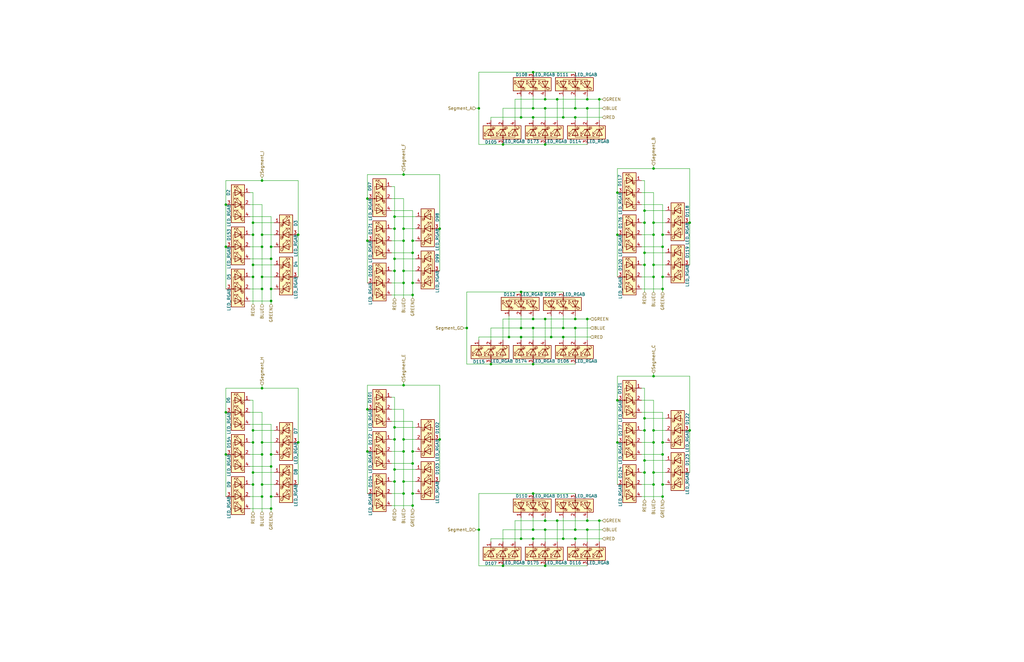
<source format=kicad_sch>
(kicad_sch (version 20250114) (generator "eeschema") (generator_version "9.0")
  (paper "B")
  (junction (at 170.18 119.38))
  (junction (at 279.4 204.47))
  (junction (at 110.49 186.69))
  (junction (at 242.57 134.62))
  (junction (at 224.79 138.43))
  (junction (at 173.99 195.58))
  (junction (at 125.73 186.69))
  (junction (at 212.09 238.76))
  (junction (at 170.18 185.42))
  (junction (at 173.99 190.5))
  (junction (at 229.87 60.96))
  (junction (at 166.37 180.34))
  (junction (at 173.99 208.28))
  (junction (at 110.49 209.55))
  (junction (at 173.99 101.6))
  (junction (at 166.37 114.3))
  (junction (at 166.37 203.2))
  (junction (at 224.79 153.67))
  (junction (at 154.94 190.5))
  (junction (at 271.78 181.61))
  (junction (at 275.59 186.69))
  (junction (at 114.3 127))
  (junction (at 106.68 93.98))
  (junction (at 196.85 138.43))
  (junction (at 95.25 191.77))
  (junction (at 237.49 138.43))
  (junction (at 170.18 96.52))
  (junction (at 242.57 223.52))
  (junction (at 234.95 41.91))
  (junction (at 173.99 119.38))
  (junction (at 170.18 101.6))
  (junction (at 166.37 185.42))
  (junction (at 166.37 96.52))
  (junction (at 242.57 227.33))
  (junction (at 110.49 116.84))
  (junction (at 260.35 168.91))
  (junction (at 275.59 204.47))
  (junction (at 173.99 213.36))
  (junction (at 154.94 101.6))
  (junction (at 110.49 191.77))
  (junction (at 279.4 116.84))
  (junction (at 224.79 134.62))
  (junction (at 271.78 111.76))
  (junction (at 219.71 123.19))
  (junction (at 237.49 142.24))
  (junction (at 229.87 134.62))
  (junction (at 114.3 121.92))
  (junction (at 201.93 45.72))
  (junction (at 247.65 134.62))
  (junction (at 114.3 191.77))
  (junction (at 166.37 91.44))
  (junction (at 271.78 176.53))
  (junction (at 224.79 208.28))
  (junction (at 224.79 223.52))
  (junction (at 170.18 190.5))
  (junction (at 106.68 111.76))
  (junction (at 234.95 219.71))
  (junction (at 279.4 209.55))
  (junction (at 252.73 41.91))
  (junction (at 271.78 106.68))
  (junction (at 237.49 49.53))
  (junction (at 114.3 209.55))
  (junction (at 275.59 181.61))
  (junction (at 185.42 185.42))
  (junction (at 290.83 181.61))
  (junction (at 247.65 219.71))
  (junction (at 247.65 223.52))
  (junction (at 110.49 76.2))
  (junction (at 212.09 60.96))
  (junction (at 229.87 41.91))
  (junction (at 224.79 49.53))
  (junction (at 170.18 203.2))
  (junction (at 275.59 99.06))
  (junction (at 219.71 138.43))
  (junction (at 110.49 204.47))
  (junction (at 106.68 186.69))
  (junction (at 154.94 172.72))
  (junction (at 110.49 99.06))
  (junction (at 271.78 194.31))
  (junction (at 271.78 88.9))
  (junction (at 260.35 99.06))
  (junction (at 170.18 114.3))
  (junction (at 247.65 41.91))
  (junction (at 271.78 199.39))
  (junction (at 242.57 49.53))
  (junction (at 260.35 186.69))
  (junction (at 279.4 104.14))
  (junction (at 207.01 153.67))
  (junction (at 173.99 106.68))
  (junction (at 275.59 71.12))
  (junction (at 247.65 45.72))
  (junction (at 229.87 45.72))
  (junction (at 125.73 99.06))
  (junction (at 275.59 111.76))
  (junction (at 224.79 45.72))
  (junction (at 201.93 223.52))
  (junction (at 170.18 162.56))
  (junction (at 224.79 227.33))
  (junction (at 279.4 121.92))
  (junction (at 260.35 81.28))
  (junction (at 110.49 121.92))
  (junction (at 275.59 93.98))
  (junction (at 114.3 104.14))
  (junction (at 95.25 86.36))
  (junction (at 114.3 109.22))
  (junction (at 219.71 227.33))
  (junction (at 242.57 45.72))
  (junction (at 95.25 104.14))
  (junction (at 114.3 196.85))
  (junction (at 275.59 116.84))
  (junction (at 106.68 204.47))
  (junction (at 170.18 208.28))
  (junction (at 271.78 93.98))
  (junction (at 214.63 142.24))
  (junction (at 279.4 191.77))
  (junction (at 95.25 173.99))
  (junction (at 166.37 109.22))
  (junction (at 106.68 199.39))
  (junction (at 229.87 219.71))
  (junction (at 106.68 116.84))
  (junction (at 275.59 199.39))
  (junction (at 173.99 124.46))
  (junction (at 275.59 158.75))
  (junction (at 252.73 219.71))
  (junction (at 219.71 49.53))
  (junction (at 232.41 142.24))
  (junction (at 110.49 163.83))
  (junction (at 219.71 142.24))
  (junction (at 110.49 104.14))
  (junction (at 279.4 99.06))
  (junction (at 229.87 223.52))
  (junction (at 185.42 96.52))
  (junction (at 279.4 186.69))
  (junction (at 114.3 214.63))
  (junction (at 166.37 198.12))
  (junction (at 106.68 99.06))
  (junction (at 154.94 83.82))
  (junction (at 229.87 238.76))
  (junction (at 290.83 93.98))
  (junction (at 224.79 30.48))
  (junction (at 237.49 227.33))
  (junction (at 242.57 138.43))
  (junction (at 170.18 73.66))
  (junction (at 106.68 181.61))
  (wire (pts (xy 275.59 157.48) (xy 275.59 158.75)))
  (wire (pts (xy 224.79 45.72) (xy 229.87 45.72)))
  (wire (pts (xy 229.87 60.96) (xy 247.65 60.96)))
  (wire (pts (xy 166.37 185.42) (xy 166.37 198.12)))
  (wire (pts (xy 229.87 218.44) (xy 229.87 219.71)))
  (wire (pts (xy 271.78 111.76) (xy 271.78 123.19)))
  (wire (pts (xy 201.93 60.96) (xy 212.09 60.96)))
  (wire (pts (xy 242.57 138.43) (xy 248.92 138.43)))
  (wire (pts (xy 166.37 167.64) (xy 166.37 180.34)))
  (wire (pts (xy 110.49 76.2) (xy 125.73 76.2)))
  (wire (pts (xy 271.78 194.31) (xy 280.67 194.31)))
  (wire (pts (xy 115.57 121.92) (xy 114.3 121.92)))
  (wire (pts (xy 260.35 99.06) (xy 260.35 116.84)))
  (wire (pts (xy 270.51 199.39) (xy 271.78 199.39)))
  (wire (pts (xy 165.1 167.64) (xy 166.37 167.64)))
  (wire (pts (xy 106.68 199.39) (xy 106.68 204.47)))
  (wire (pts (xy 201.93 238.76) (xy 201.93 223.52)))
  (wire (pts (xy 154.94 190.5) (xy 154.94 208.28)))
  (wire (pts (xy 165.1 185.42) (xy 166.37 185.42)))
  (wire (pts (xy 275.59 199.39) (xy 280.67 199.39)))
  (wire (pts (xy 275.59 116.84) (xy 275.59 123.19)))
  (wire (pts (xy 200.66 45.72) (xy 201.93 45.72)))
  (wire (pts (xy 290.83 158.75) (xy 290.83 181.61)))
  (wire (pts (xy 224.79 50.8) (xy 224.79 49.53)))
  (wire (pts (xy 207.01 227.33) (xy 219.71 227.33)))
  (wire (pts (xy 247.65 41.91) (xy 252.73 41.91)))
  (wire (pts (xy 279.4 173.99) (xy 279.4 186.69)))
  (wire (pts (xy 170.18 119.38) (xy 170.18 125.73)))
  (wire (pts (xy 201.93 143.51) (xy 201.93 142.24)))
  (wire (pts (xy 270.51 186.69) (xy 275.59 186.69)))
  (wire (pts (xy 165.1 190.5) (xy 170.18 190.5)))
  (wire (pts (xy 224.79 227.33) (xy 237.49 227.33)))
  (wire (pts (xy 105.41 109.22) (xy 114.3 109.22)))
  (wire (pts (xy 217.17 50.8) (xy 217.17 41.91)))
  (wire (pts (xy 279.4 116.84) (xy 279.4 121.92)))
  (wire (pts (xy 237.49 138.43) (xy 242.57 138.43)))
  (wire (pts (xy 271.78 76.2) (xy 271.78 88.9)))
  (wire (pts (xy 110.49 186.69) (xy 110.49 191.77)))
  (wire (pts (xy 271.78 176.53) (xy 271.78 181.61)))
  (wire (pts (xy 280.67 204.47) (xy 279.4 204.47)))
  (wire (pts (xy 207.01 138.43) (xy 219.71 138.43)))
  (wire (pts (xy 105.41 214.63) (xy 114.3 214.63)))
  (wire (pts (xy 219.71 138.43) (xy 219.71 133.35)))
  (wire (pts (xy 260.35 81.28) (xy 260.35 99.06)))
  (wire (pts (xy 247.65 45.72) (xy 254 45.72)))
  (wire (pts (xy 170.18 96.52) (xy 175.26 96.52)))
  (wire (pts (xy 114.3 191.77) (xy 114.3 196.85)))
  (wire (pts (xy 212.09 143.51) (xy 212.09 134.62)))
  (wire (pts (xy 247.65 134.62) (xy 248.92 134.62)))
  (wire (pts (xy 185.42 162.56) (xy 185.42 185.42)))
  (wire (pts (xy 279.4 86.36) (xy 279.4 99.06)))
  (wire (pts (xy 166.37 109.22) (xy 175.26 109.22)))
  (wire (pts (xy 196.85 153.67) (xy 196.85 138.43)))
  (wire (pts (xy 110.49 74.93) (xy 110.49 76.2)))
  (wire (pts (xy 154.94 83.82) (xy 154.94 101.6)))
  (wire (pts (xy 242.57 50.8) (xy 242.57 49.53)))
  (wire (pts (xy 105.41 127) (xy 114.3 127)))
  (wire (pts (xy 279.4 204.47) (xy 279.4 209.55)))
  (wire (pts (xy 201.93 223.52) (xy 201.93 208.28)))
  (wire (pts (xy 275.59 93.98) (xy 275.59 99.06)))
  (wire (pts (xy 271.78 106.68) (xy 271.78 111.76)))
  (wire (pts (xy 95.25 191.77) (xy 95.25 209.55)))
  (wire (pts (xy 247.65 143.51) (xy 247.65 134.62)))
  (wire (pts (xy 175.26 208.28) (xy 173.99 208.28)))
  (wire (pts (xy 165.1 203.2) (xy 166.37 203.2)))
  (wire (pts (xy 115.57 191.77) (xy 114.3 191.77)))
  (wire (pts (xy 114.3 91.44) (xy 114.3 104.14)))
  (wire (pts (xy 165.1 78.74) (xy 166.37 78.74)))
  (wire (pts (xy 219.71 143.51) (xy 219.71 142.24)))
  (wire (pts (xy 125.73 99.06) (xy 125.73 116.84)))
  (wire (pts (xy 170.18 203.2) (xy 175.26 203.2)))
  (wire (pts (xy 275.59 158.75) (xy 290.83 158.75)))
  (wire (pts (xy 165.1 177.8) (xy 173.99 177.8)))
  (wire (pts (xy 242.57 134.62) (xy 247.65 134.62)))
  (wire (pts (xy 106.68 93.98) (xy 106.68 99.06)))
  (wire (pts (xy 170.18 161.29) (xy 170.18 162.56)))
  (wire (pts (xy 270.51 93.98) (xy 271.78 93.98)))
  (wire (pts (xy 237.49 138.43) (xy 237.49 133.35)))
  (wire (pts (xy 201.93 208.28) (xy 224.79 208.28)))
  (wire (pts (xy 207.01 49.53) (xy 219.71 49.53)))
  (wire (pts (xy 114.3 121.92) (xy 114.3 127)))
  (wire (pts (xy 212.09 50.8) (xy 212.09 45.72)))
  (wire (pts (xy 270.51 111.76) (xy 271.78 111.76)))
  (wire (pts (xy 260.35 168.91) (xy 260.35 186.69)))
  (wire (pts (xy 271.78 88.9) (xy 271.78 93.98)))
  (wire (pts (xy 212.09 134.62) (xy 224.79 134.62)))
  (wire (pts (xy 229.87 143.51) (xy 229.87 134.62)))
  (wire (pts (xy 270.51 99.06) (xy 275.59 99.06)))
  (wire (pts (xy 224.79 134.62) (xy 229.87 134.62)))
  (wire (pts (xy 110.49 121.92) (xy 110.49 128.27)))
  (wire (pts (xy 196.85 153.67) (xy 207.01 153.67)))
  (wire (pts (xy 125.73 163.83) (xy 125.73 186.69)))
  (wire (pts (xy 165.1 208.28) (xy 170.18 208.28)))
  (wire (pts (xy 173.99 124.46) (xy 173.99 125.73)))
  (wire (pts (xy 106.68 186.69) (xy 106.68 199.39)))
  (wire (pts (xy 270.51 209.55) (xy 279.4 209.55)))
  (wire (pts (xy 114.3 104.14) (xy 114.3 109.22)))
  (wire (pts (xy 242.57 49.53) (xy 254 49.53)))
  (wire (pts (xy 219.71 227.33) (xy 224.79 227.33)))
  (wire (pts (xy 154.94 73.66) (xy 170.18 73.66)))
  (wire (pts (xy 219.71 49.53) (xy 224.79 49.53)))
  (wire (pts (xy 201.93 30.48) (xy 224.79 30.48)))
  (wire (pts (xy 201.93 238.76) (xy 212.09 238.76)))
  (wire (pts (xy 170.18 73.66) (xy 185.42 73.66)))
  (wire (pts (xy 275.59 111.76) (xy 280.67 111.76)))
  (wire (pts (xy 232.41 142.24) (xy 232.41 133.35)))
  (wire (pts (xy 170.18 190.5) (xy 170.18 203.2)))
  (wire (pts (xy 105.41 209.55) (xy 110.49 209.55)))
  (wire (pts (xy 166.37 78.74) (xy 166.37 91.44)))
  (wire (pts (xy 114.3 209.55) (xy 114.3 214.63)))
  (wire (pts (xy 166.37 91.44) (xy 166.37 96.52)))
  (wire (pts (xy 279.4 104.14) (xy 279.4 116.84)))
  (wire (pts (xy 214.63 142.24) (xy 219.71 142.24)))
  (wire (pts (xy 110.49 86.36) (xy 110.49 99.06)))
  (wire (pts (xy 170.18 96.52) (xy 170.18 101.6)))
  (wire (pts (xy 270.51 76.2) (xy 271.78 76.2)))
  (wire (pts (xy 207.01 153.67) (xy 224.79 153.67)))
  (wire (pts (xy 166.37 198.12) (xy 175.26 198.12)))
  (wire (pts (xy 170.18 114.3) (xy 175.26 114.3)))
  (wire (pts (xy 237.49 142.24) (xy 248.92 142.24)))
  (wire (pts (xy 110.49 99.06) (xy 115.57 99.06)))
  (wire (pts (xy 166.37 198.12) (xy 166.37 203.2)))
  (wire (pts (xy 271.78 88.9) (xy 280.67 88.9)))
  (wire (pts (xy 237.49 227.33) (xy 237.49 218.44)))
  (wire (pts (xy 270.51 181.61) (xy 271.78 181.61)))
  (wire (pts (xy 290.83 93.98) (xy 290.83 111.76)))
  (wire (pts (xy 229.87 238.76) (xy 247.65 238.76)))
  (wire (pts (xy 275.59 111.76) (xy 275.59 116.84)))
  (wire (pts (xy 270.51 204.47) (xy 275.59 204.47)))
  (wire (pts (xy 115.57 209.55) (xy 114.3 209.55)))
  (wire (pts (xy 125.73 76.2) (xy 125.73 99.06)))
  (wire (pts (xy 237.49 49.53) (xy 242.57 49.53)))
  (wire (pts (xy 106.68 93.98) (xy 115.57 93.98)))
  (wire (pts (xy 106.68 111.76) (xy 115.57 111.76)))
  (wire (pts (xy 106.68 204.47) (xy 106.68 215.9)))
  (wire (pts (xy 252.73 41.91) (xy 254 41.91)))
  (wire (pts (xy 271.78 163.83) (xy 271.78 176.53)))
  (wire (pts (xy 229.87 50.8) (xy 229.87 45.72)))
  (wire (pts (xy 173.99 190.5) (xy 173.99 195.58)))
  (wire (pts (xy 165.1 172.72) (xy 170.18 172.72)))
  (wire (pts (xy 224.79 153.67) (xy 242.57 153.67)))
  (wire (pts (xy 219.71 142.24) (xy 232.41 142.24)))
  (wire (pts (xy 219.71 49.53) (xy 219.71 40.64)))
  (wire (pts (xy 229.87 41.91) (xy 234.95 41.91)))
  (wire (pts (xy 234.95 50.8) (xy 234.95 41.91)))
  (wire (pts (xy 275.59 204.47) (xy 275.59 210.82)))
  (wire (pts (xy 275.59 168.91) (xy 275.59 181.61)))
  (wire (pts (xy 165.1 101.6) (xy 170.18 101.6)))
  (wire (pts (xy 275.59 99.06) (xy 275.59 111.76)))
  (wire (pts (xy 196.85 123.19) (xy 219.71 123.19)))
  (wire (pts (xy 212.09 60.96) (xy 229.87 60.96)))
  (wire (pts (xy 270.51 168.91) (xy 275.59 168.91)))
  (wire (pts (xy 260.35 71.12) (xy 260.35 81.28)))
  (wire (pts (xy 114.3 109.22) (xy 114.3 121.92)))
  (wire (pts (xy 280.67 116.84) (xy 279.4 116.84)))
  (wire (pts (xy 279.4 99.06) (xy 279.4 104.14)))
  (wire (pts (xy 242.57 223.52) (xy 242.57 218.44)))
  (wire (pts (xy 242.57 227.33) (xy 254 227.33)))
  (wire (pts (xy 201.93 60.96) (xy 201.93 45.72)))
  (wire (pts (xy 234.95 219.71) (xy 247.65 219.71)))
  (wire (pts (xy 166.37 203.2) (xy 166.37 214.63)))
  (wire (pts (xy 224.79 143.51) (xy 224.79 138.43)))
  (wire (pts (xy 154.94 162.56) (xy 154.94 172.72)))
  (wire (pts (xy 219.71 138.43) (xy 224.79 138.43)))
  (wire (pts (xy 275.59 71.12) (xy 290.83 71.12)))
  (wire (pts (xy 95.25 173.99) (xy 95.25 191.77)))
  (wire (pts (xy 247.65 50.8) (xy 247.65 45.72)))
  (wire (pts (xy 170.18 185.42) (xy 170.18 190.5)))
  (wire (pts (xy 242.57 133.35) (xy 242.57 134.62)))
  (wire (pts (xy 105.41 104.14) (xy 110.49 104.14)))
  (wire (pts (xy 224.79 49.53) (xy 237.49 49.53)))
  (wire (pts (xy 271.78 194.31) (xy 271.78 199.39)))
  (wire (pts (xy 275.59 81.28) (xy 275.59 93.98)))
  (wire (pts (xy 154.94 162.56) (xy 170.18 162.56)))
  (wire (pts (xy 212.09 228.6) (xy 212.09 223.52)))
  (wire (pts (xy 275.59 69.85) (xy 275.59 71.12)))
  (wire (pts (xy 247.65 223.52) (xy 254 223.52)))
  (wire (pts (xy 212.09 238.76) (xy 229.87 238.76)))
  (wire (pts (xy 185.42 185.42) (xy 185.42 203.2)))
  (wire (pts (xy 270.51 81.28) (xy 275.59 81.28)))
  (wire (pts (xy 219.71 227.33) (xy 219.71 218.44)))
  (wire (pts (xy 110.49 204.47) (xy 110.49 209.55)))
  (wire (pts (xy 95.25 104.14) (xy 95.25 121.92)))
  (wire (pts (xy 217.17 228.6) (xy 217.17 219.71)))
  (wire (pts (xy 110.49 163.83) (xy 125.73 163.83)))
  (wire (pts (xy 232.41 142.24) (xy 237.49 142.24)))
  (wire (pts (xy 106.68 181.61) (xy 115.57 181.61)))
  (wire (pts (xy 166.37 114.3) (xy 166.37 125.73)))
  (wire (pts (xy 224.79 208.28) (xy 242.57 208.28)))
  (wire (pts (xy 106.68 168.91) (xy 106.68 181.61)))
  (wire (pts (xy 105.41 204.47) (xy 106.68 204.47)))
  (wire (pts (xy 125.73 186.69) (xy 125.73 204.47)))
  (wire (pts (xy 106.68 81.28) (xy 106.68 93.98)))
  (wire (pts (xy 173.99 88.9) (xy 173.99 101.6)))
  (wire (pts (xy 275.59 93.98) (xy 280.67 93.98)))
  (wire (pts (xy 229.87 223.52) (xy 242.57 223.52)))
  (wire (pts (xy 219.71 123.19) (xy 237.49 123.19)))
  (wire (pts (xy 271.78 176.53) (xy 280.67 176.53)))
  (wire (pts (xy 154.94 73.66) (xy 154.94 83.82)))
  (wire (pts (xy 242.57 228.6) (xy 242.57 227.33)))
  (wire (pts (xy 217.17 219.71) (xy 229.87 219.71)))
  (wire (pts (xy 154.94 172.72) (xy 154.94 190.5)))
  (wire (pts (xy 106.68 199.39) (xy 115.57 199.39)))
  (wire (pts (xy 173.99 106.68) (xy 173.99 119.38)))
  (wire (pts (xy 270.51 121.92) (xy 279.4 121.92)))
  (wire (pts (xy 173.99 119.38) (xy 173.99 124.46)))
  (wire (pts (xy 95.25 76.2) (xy 95.25 86.36)))
  (wire (pts (xy 173.99 195.58) (xy 173.99 208.28)))
  (wire (pts (xy 110.49 204.47) (xy 115.57 204.47)))
  (wire (pts (xy 170.18 172.72) (xy 170.18 185.42)))
  (wire (pts (xy 237.49 49.53) (xy 237.49 40.64)))
  (wire (pts (xy 207.01 50.8) (xy 207.01 49.53)))
  (wire (pts (xy 175.26 190.5) (xy 173.99 190.5)))
  (wire (pts (xy 170.18 101.6) (xy 170.18 114.3)))
  (wire (pts (xy 252.73 50.8) (xy 252.73 41.91)))
  (wire (pts (xy 165.1 119.38) (xy 170.18 119.38)))
  (wire (pts (xy 166.37 180.34) (xy 166.37 185.42)))
  (wire (pts (xy 260.35 158.75) (xy 275.59 158.75)))
  (wire (pts (xy 105.41 91.44) (xy 114.3 91.44)))
  (wire (pts (xy 105.41 116.84) (xy 106.68 116.84)))
  (wire (pts (xy 200.66 223.52) (xy 201.93 223.52)))
  (wire (pts (xy 114.3 196.85) (xy 114.3 209.55)))
  (wire (pts (xy 114.3 127) (xy 114.3 128.27)))
  (wire (pts (xy 110.49 116.84) (xy 115.57 116.84)))
  (wire (pts (xy 165.1 213.36) (xy 173.99 213.36)))
  (wire (pts (xy 207.01 143.51) (xy 207.01 138.43)))
  (wire (pts (xy 175.26 119.38) (xy 173.99 119.38)))
  (wire (pts (xy 229.87 40.64) (xy 229.87 41.91)))
  (wire (pts (xy 173.99 208.28) (xy 173.99 213.36)))
  (wire (pts (xy 115.57 104.14) (xy 114.3 104.14)))
  (wire (pts (xy 275.59 181.61) (xy 275.59 186.69)))
  (wire (pts (xy 271.78 181.61) (xy 271.78 194.31)))
  (wire (pts (xy 195.58 138.43) (xy 196.85 138.43)))
  (wire (pts (xy 201.93 45.72) (xy 201.93 30.48)))
  (wire (pts (xy 212.09 45.72) (xy 224.79 45.72)))
  (wire (pts (xy 279.4 121.92) (xy 279.4 123.19)))
  (wire (pts (xy 114.3 179.07) (xy 114.3 191.77)))
  (wire (pts (xy 207.01 228.6) (xy 207.01 227.33)))
  (wire (pts (xy 290.83 71.12) (xy 290.83 93.98)))
  (wire (pts (xy 105.41 99.06) (xy 106.68 99.06)))
  (wire (pts (xy 110.49 173.99) (xy 110.49 186.69)))
  (wire (pts (xy 237.49 143.51) (xy 237.49 142.24)))
  (wire (pts (xy 165.1 195.58) (xy 173.99 195.58)))
  (wire (pts (xy 260.35 158.75) (xy 260.35 168.91)))
  (wire (pts (xy 114.3 214.63) (xy 114.3 215.9)))
  (wire (pts (xy 110.49 186.69) (xy 115.57 186.69)))
  (wire (pts (xy 237.49 227.33) (xy 242.57 227.33)))
  (wire (pts (xy 270.51 104.14) (xy 279.4 104.14)))
  (wire (pts (xy 173.99 101.6) (xy 173.99 106.68)))
  (wire (pts (xy 224.79 223.52) (xy 229.87 223.52)))
  (wire (pts (xy 166.37 109.22) (xy 166.37 114.3)))
  (wire (pts (xy 270.51 116.84) (xy 275.59 116.84)))
  (wire (pts (xy 217.17 41.91) (xy 229.87 41.91)))
  (wire (pts (xy 275.59 199.39) (xy 275.59 204.47)))
  (wire (pts (xy 247.65 228.6) (xy 247.65 223.52)))
  (wire (pts (xy 270.51 191.77) (xy 279.4 191.77)))
  (wire (pts (xy 224.79 30.48) (xy 242.57 30.48)))
  (wire (pts (xy 252.73 228.6) (xy 252.73 219.71)))
  (wire (pts (xy 165.1 106.68) (xy 173.99 106.68)))
  (wire (pts (xy 271.78 93.98) (xy 271.78 106.68)))
  (wire (pts (xy 224.79 228.6) (xy 224.79 227.33)))
  (wire (pts (xy 105.41 168.91) (xy 106.68 168.91)))
  (wire (pts (xy 242.57 143.51) (xy 242.57 138.43)))
  (wire (pts (xy 170.18 203.2) (xy 170.18 208.28)))
  (wire (pts (xy 224.79 45.72) (xy 224.79 40.64)))
  (wire (pts (xy 234.95 41.91) (xy 247.65 41.91)))
  (wire (pts (xy 175.26 101.6) (xy 173.99 101.6)))
  (wire (pts (xy 170.18 162.56) (xy 185.42 162.56)))
  (wire (pts (xy 105.41 191.77) (xy 110.49 191.77)))
  (wire (pts (xy 280.67 186.69) (xy 279.4 186.69)))
  (wire (pts (xy 270.51 86.36) (xy 279.4 86.36)))
  (wire (pts (xy 170.18 72.39) (xy 170.18 73.66)))
  (wire (pts (xy 105.41 179.07) (xy 114.3 179.07)))
  (wire (pts (xy 165.1 88.9) (xy 173.99 88.9)))
  (wire (pts (xy 105.41 121.92) (xy 110.49 121.92)))
  (wire (pts (xy 279.4 209.55) (xy 279.4 210.82)))
  (wire (pts (xy 260.35 186.69) (xy 260.35 204.47)))
  (wire (pts (xy 280.67 99.06) (xy 279.4 99.06)))
  (wire (pts (xy 247.65 219.71) (xy 252.73 219.71)))
  (wire (pts (xy 224.79 223.52) (xy 224.79 218.44)))
  (wire (pts (xy 106.68 99.06) (xy 106.68 111.76)))
  (wire (pts (xy 271.78 106.68) (xy 280.67 106.68)))
  (wire (pts (xy 110.49 104.14) (xy 110.49 116.84)))
  (wire (pts (xy 271.78 199.39) (xy 271.78 210.82)))
  (wire (pts (xy 229.87 134.62) (xy 242.57 134.62)))
  (wire (pts (xy 95.25 163.83) (xy 110.49 163.83)))
  (wire (pts (xy 214.63 142.24) (xy 214.63 133.35)))
  (wire (pts (xy 275.59 186.69) (xy 275.59 199.39)))
  (wire (pts (xy 106.68 116.84) (xy 106.68 128.27)))
  (wire (pts (xy 110.49 116.84) (xy 110.49 121.92)))
  (wire (pts (xy 165.1 114.3) (xy 166.37 114.3)))
  (wire (pts (xy 110.49 99.06) (xy 110.49 104.14)))
  (wire (pts (xy 170.18 185.42) (xy 175.26 185.42)))
  (wire (pts (xy 110.49 191.77) (xy 110.49 204.47)))
  (wire (pts (xy 170.18 83.82) (xy 170.18 96.52)))
  (wire (pts (xy 275.59 181.61) (xy 280.67 181.61)))
  (wire (pts (xy 173.99 213.36) (xy 173.99 214.63)))
  (wire (pts (xy 110.49 209.55) (xy 110.49 215.9)))
  (wire (pts (xy 196.85 138.43) (xy 196.85 123.19)))
  (wire (pts (xy 260.35 71.12) (xy 275.59 71.12)))
  (wire (pts (xy 234.95 228.6) (xy 234.95 219.71)))
  (wire (pts (xy 229.87 45.72) (xy 242.57 45.72)))
  (wire (pts (xy 165.1 124.46) (xy 173.99 124.46)))
  (wire (pts (xy 105.41 173.99) (xy 110.49 173.99)))
  (wire (pts (xy 242.57 45.72) (xy 247.65 45.72)))
  (wire (pts (xy 185.42 73.66) (xy 185.42 96.52)))
  (wire (pts (xy 166.37 91.44) (xy 175.26 91.44)))
  (wire (pts (xy 212.09 223.52) (xy 224.79 223.52)))
  (wire (pts (xy 170.18 208.28) (xy 170.18 214.63)))
  (wire (pts (xy 106.68 111.76) (xy 106.68 116.84)))
  (wire (pts (xy 165.1 83.82) (xy 170.18 83.82)))
  (wire (pts (xy 106.68 181.61) (xy 106.68 186.69)))
  (wire (pts (xy 247.65 218.44) (xy 247.65 219.71)))
  (wire (pts (xy 105.41 186.69) (xy 106.68 186.69)))
  (wire (pts (xy 270.51 163.83) (xy 271.78 163.83)))
  (wire (pts (xy 95.25 163.83) (xy 95.25 173.99)))
  (wire (pts (xy 242.57 223.52) (xy 247.65 223.52)))
  (wire (pts (xy 165.1 96.52) (xy 166.37 96.52)))
  (wire (pts (xy 242.57 45.72) (xy 242.57 40.64)))
  (wire (pts (xy 110.49 162.56) (xy 110.49 163.83)))
  (wire (pts (xy 224.79 138.43) (xy 237.49 138.43)))
  (wire (pts (xy 105.41 81.28) (xy 106.68 81.28)))
  (wire (pts (xy 201.93 142.24) (xy 214.63 142.24)))
  (wire (pts (xy 166.37 180.34) (xy 175.26 180.34)))
  (wire (pts (xy 252.73 219.71) (xy 254 219.71)))
  (wire (pts (xy 279.4 191.77) (xy 279.4 204.47)))
  (wire (pts (xy 170.18 114.3) (xy 170.18 119.38)))
  (wire (pts (xy 229.87 228.6) (xy 229.87 223.52)))
  (wire (pts (xy 247.65 40.64) (xy 247.65 41.91)))
  (wire (pts (xy 290.83 181.61) (xy 290.83 199.39)))
  (wire (pts (xy 229.87 219.71) (xy 234.95 219.71)))
  (wire (pts (xy 95.25 76.2) (xy 110.49 76.2)))
  (wire (pts (xy 224.79 133.35) (xy 224.79 134.62)))
  (wire (pts (xy 166.37 96.52) (xy 166.37 109.22)))
  (wire (pts (xy 105.41 86.36) (xy 110.49 86.36)))
  (wire (pts (xy 185.42 96.52) (xy 185.42 114.3)))
  (wire (pts (xy 279.4 186.69) (xy 279.4 191.77)))
  (wire (pts (xy 154.94 101.6) (xy 154.94 119.38)))
  (wire (pts (xy 270.51 173.99) (xy 279.4 173.99)))
  (wire (pts (xy 105.41 196.85) (xy 114.3 196.85)))
  (wire (pts (xy 95.25 86.36) (xy 95.25 104.14)))
  (wire (pts (xy 173.99 177.8) (xy 173.99 190.5)))
  (hierarchical_label "Segment_E" (shape input) (at 170.18 161.29 90))
  (hierarchical_label "Segment_A" (shape input) (at 200.66 45.72 180))
  (hierarchical_label "BLUE" (shape input) (at 254 223.52 0))
  (hierarchical_label "GREEN" (shape input) (at 254 41.91 0))
  (hierarchical_label "BLUE" (shape input) (at 275.59 123.19 270))
  (hierarchical_label "GREEN" (shape input) (at 254 219.71 0))
  (hierarchical_label "GREEN" (shape input) (at 279.4 123.19 270))
  (hierarchical_label "GREEN" (shape input) (at 114.3 215.9 270))
  (hierarchical_label "Segment_D" (shape input) (at 200.66 223.52 180))
  (hierarchical_label "RED" (shape input) (at 271.78 210.82 270))
  (hierarchical_label "BLUE" (shape input) (at 170.18 214.63 270))
  (hierarchical_label "GREEN" (shape input) (at 279.4 210.82 270))
  (hierarchical_label "BLUE" (shape input) (at 170.18 125.73 270))
  (hierarchical_label "GREEN" (shape input) (at 173.99 214.63 270))
  (hierarchical_label "GREEN" (shape input) (at 248.92 134.62 0))
  (hierarchical_label "BLUE" (shape input) (at 110.49 128.27 270))
  (hierarchical_label "RED" (shape input) (at 248.92 142.24 0))
  (hierarchical_label "GREEN" (shape input) (at 114.3 128.27 270))
  (hierarchical_label "Segment_H" (shape input) (at 110.49 162.56 90))
  (hierarchical_label "RED" (shape input) (at 166.37 125.73 270))
  (hierarchical_label "RED" (shape input) (at 254 227.33 0))
  (hierarchical_label "Segment_B" (shape input) (at 275.59 69.85 90))
  (hierarchical_label "Segment_C" (shape input) (at 275.59 157.48 90))
  (hierarchical_label "RED" (shape input) (at 271.78 123.19 270))
  (hierarchical_label "BLUE" (shape input) (at 254 45.72 0))
  (hierarchical_label "Segment_G" (shape input) (at 195.58 138.43 180))
  (hierarchical_label "Segment_I" (shape input) (at 110.49 74.93 90))
  (hierarchical_label "BLUE" (shape input) (at 275.59 210.82 270))
  (hierarchical_label "Segment_F" (shape input) (at 170.18 72.39 90))
  (hierarchical_label "RED" (shape input) (at 166.37 214.63 270))
  (hierarchical_label "RED" (shape input) (at 106.68 215.9 270))
  (hierarchical_label "BLUE" (shape input) (at 110.49 215.9 270))
  (hierarchical_label "BLUE" (shape input) (at 248.92 138.43 0))
  (hierarchical_label "GREEN" (shape input) (at 173.99 125.73 270))
  (hierarchical_label "RED" (shape input) (at 254 49.53 0))
  (hierarchical_label "RED" (shape input) (at 106.68 128.27 270))
  (symbol (lib_id "User_Symbols:LED_RGAB") (at 100.33 191.77 0) (mirror y) (unit 1)
    (property "Reference" "D154" (at 96.52 186.69 90))
    (property "Value" "LED_RGAB" (at 96.52 196.342 90))
    (property "Footprint" "User_Footprints:RGB_LED_NH-B2020RGBA-HF" (effects (hide yes)))
    (property "Datasheet" "https://datasheet.lcsc.com/lcsc/2108150330_Foshan-NationStar-Optoelectronics-NH-B2020RGBA-HF_C2874116.pdf" (effects (hide yes)))
    (property "Description" "RGB LED, red/green/anode/blue" (effects (hide yes)))
    (property "Website" "https://www.lcsc.com/product-detail/Light-Emitting-Diodes-LED_Foshan-NationStar-Optoelectronics-NH-B2020RGBA-HF_C2874116.html" (effects (hide yes)))
    (property "Vendor" "LCSC" (effects (hide yes)))
    (property "Price" ".0081" (effects (hide yes)))
    (property "Part Number" "NH-B2020RGBA-HF" (effects (hide yes)))
    (property "Package" "LED RGAB 2020" (effects (hide yes)))
    (property "Manufacturer" "Foshan NationStar Optoelectronics" (effects (hide yes)))
    (property "Notes" "SMD" (effects (hide yes)))
    (property "LCSC Part Number" "C2874116" (effects (hide yes)))
  )
  (symbol (lib_id "User_Symbols:LED_RGAB") (at 242.57 213.36 90) (unit 1)
    (property "Reference" "D113" (at 237.236 209.296 90))
    (property "Value" "LED_RGAB" (at 247.142 209.296 90))
    (property "Footprint" "User_Footprints:RGB_LED_NH-B2020RGBA-HF" (effects (hide yes)))
    (property "Datasheet" "https://datasheet.lcsc.com/lcsc/2108150330_Foshan-NationStar-Optoelectronics-NH-B2020RGBA-HF_C2874116.pdf" (effects (hide yes)))
    (property "Description" "RGB LED, red/green/anode/blue" (effects (hide yes)))
    (property "Website" "https://www.lcsc.com/product-detail/Light-Emitting-Diodes-LED_Foshan-NationStar-Optoelectronics-NH-B2020RGBA-HF_C2874116.html" (effects (hide yes)))
    (property "Vendor" "LCSC" (effects (hide yes)))
    (property "Price" ".0081" (effects (hide yes)))
    (property "Part Number" "NH-B2020RGBA-HF" (effects (hide yes)))
    (property "Package" "LED RGAB 2020" (effects (hide yes)))
    (property "Manufacturer" "Foshan NationStar Optoelectronics" (effects (hide yes)))
    (property "Notes" "SMD" (effects (hide yes)))
    (property "LCSC Part Number" "C2874116" (effects (hide yes)))
  )
  (symbol (lib_id "User_Symbols:LED_RGAB") (at 242.57 35.56 90) (unit 1)
    (property "Reference" "D111" (at 237.236 31.496 90))
    (property "Value" "LED_RGAB" (at 247.142 31.496 90))
    (property "Footprint" "User_Footprints:RGB_LED_NH-B2020RGBA-HF" (effects (hide yes)))
    (property "Datasheet" "https://datasheet.lcsc.com/lcsc/2108150330_Foshan-NationStar-Optoelectronics-NH-B2020RGBA-HF_C2874116.pdf" (effects (hide yes)))
    (property "Description" "RGB LED, red/green/anode/blue" (effects (hide yes)))
    (property "Website" "https://www.lcsc.com/product-detail/Light-Emitting-Diodes-LED_Foshan-NationStar-Optoelectronics-NH-B2020RGBA-HF_C2874116.html" (effects (hide yes)))
    (property "Vendor" "LCSC" (effects (hide yes)))
    (property "Price" ".0081" (effects (hide yes)))
    (property "Part Number" "NH-B2020RGBA-HF" (effects (hide yes)))
    (property "Package" "LED RGAB 2020" (effects (hide yes)))
    (property "Manufacturer" "Foshan NationStar Optoelectronics" (effects (hide yes)))
    (property "Notes" "SMD" (effects (hide yes)))
    (property "LCSC Part Number" "C2874116" (effects (hide yes)))
  )
  (symbol (lib_id "User_Symbols:LED_RGAB") (at 247.65 55.88 90) (mirror x) (unit 1)
    (property "Reference" "D114" (at 242.57 59.69 90))
    (property "Value" "LED_RGAB" (at 252.222 59.69 90))
    (property "Footprint" "User_Footprints:RGB_LED_NH-B2020RGBA-HF" (effects (hide yes)))
    (property "Datasheet" "https://datasheet.lcsc.com/lcsc/2108150330_Foshan-NationStar-Optoelectronics-NH-B2020RGBA-HF_C2874116.pdf" (effects (hide yes)))
    (property "Description" "RGB LED, red/green/anode/blue" (effects (hide yes)))
    (property "Website" "https://www.lcsc.com/product-detail/Light-Emitting-Diodes-LED_Foshan-NationStar-Optoelectronics-NH-B2020RGBA-HF_C2874116.html" (effects (hide yes)))
    (property "Vendor" "LCSC" (effects (hide yes)))
    (property "Price" ".0081" (effects (hide yes)))
    (property "Part Number" "NH-B2020RGBA-HF" (effects (hide yes)))
    (property "Package" "LED RGAB 2020" (effects (hide yes)))
    (property "Manufacturer" "Foshan NationStar Optoelectronics" (effects (hide yes)))
    (property "Notes" "SMD" (effects (hide yes)))
    (property "LCSC Part Number" "C2874116" (effects (hide yes)))
  )
  (symbol (lib_id "User_Symbols:LED_RGAB") (at 180.34 96.52 0) (unit 1)
    (property "Reference" "D98" (at 184.404 91.694 90))
    (property "Value" "LED_RGAB" (at 184.404 101.092 90))
    (property "Footprint" "User_Footprints:RGB_LED_NH-B2020RGBA-HF" (effects (hide yes)))
    (property "Datasheet" "https://datasheet.lcsc.com/lcsc/2108150330_Foshan-NationStar-Optoelectronics-NH-B2020RGBA-HF_C2874116.pdf" (effects (hide yes)))
    (property "Description" "RGB LED, red/green/anode/blue" (effects (hide yes)))
    (property "Website" "https://www.lcsc.com/product-detail/Light-Emitting-Diodes-LED_Foshan-NationStar-Optoelectronics-NH-B2020RGBA-HF_C2874116.html" (effects (hide yes)))
    (property "Vendor" "LCSC" (effects (hide yes)))
    (property "Price" ".0081" (effects (hide yes)))
    (property "Part Number" "NH-B2020RGBA-HF" (effects (hide yes)))
    (property "Package" "LED RGAB 2020" (effects (hide yes)))
    (property "Manufacturer" "Foshan NationStar Optoelectronics" (effects (hide yes)))
    (property "Notes" "SMD" (effects (hide yes)))
    (property "LCSC Part Number" "C2874116" (effects (hide yes)))
  )
  (symbol (lib_id "User_Symbols:LED_RGAB") (at 120.65 186.69 0) (unit 1)
    (property "Reference" "D7" (at 124.714 181.864 90))
    (property "Value" "LED_RGAB" (at 124.714 191.262 90))
    (property "Footprint" "User_Footprints:RGB_LED_NH-B2020RGBA-HF" (effects (hide yes)))
    (property "Datasheet" "https://datasheet.lcsc.com/lcsc/2108150330_Foshan-NationStar-Optoelectronics-NH-B2020RGBA-HF_C2874116.pdf" (effects (hide yes)))
    (property "Description" "RGB LED, red/green/anode/blue" (effects (hide yes)))
    (property "Website" "https://www.lcsc.com/product-detail/Light-Emitting-Diodes-LED_Foshan-NationStar-Optoelectronics-NH-B2020RGBA-HF_C2874116.html" (effects (hide yes)))
    (property "Vendor" "LCSC" (effects (hide yes)))
    (property "Price" ".0081" (effects (hide yes)))
    (property "Part Number" "NH-B2020RGBA-HF" (effects (hide yes)))
    (property "Package" "LED RGAB 2020" (effects (hide yes)))
    (property "Manufacturer" "Foshan NationStar Optoelectronics" (effects (hide yes)))
    (property "Notes" "SMD" (effects (hide yes)))
    (property "LCSC Part Number" "C2874116" (effects (hide yes)))
  )
  (symbol (lib_id "User_Symbols:LED_RGAB") (at 237.49 128.27 90) (unit 1)
    (property "Reference" "D109" (at 232.156 124.206 90))
    (property "Value" "LED_RGAB" (at 242.062 124.206 90))
    (property "Footprint" "User_Footprints:RGB_LED_NH-B2020RGBA-HF" (effects (hide yes)))
    (property "Datasheet" "https://datasheet.lcsc.com/lcsc/2108150330_Foshan-NationStar-Optoelectronics-NH-B2020RGBA-HF_C2874116.pdf" (effects (hide yes)))
    (property "Description" "RGB LED, red/green/anode/blue" (effects (hide yes)))
    (property "Website" "https://www.lcsc.com/product-detail/Light-Emitting-Diodes-LED_Foshan-NationStar-Optoelectronics-NH-B2020RGBA-HF_C2874116.html" (effects (hide yes)))
    (property "Vendor" "LCSC" (effects (hide yes)))
    (property "Price" ".0081" (effects (hide yes)))
    (property "Part Number" "NH-B2020RGBA-HF" (effects (hide yes)))
    (property "Package" "LED RGAB 2020" (effects (hide yes)))
    (property "Manufacturer" "Foshan NationStar Optoelectronics" (effects (hide yes)))
    (property "Notes" "SMD" (effects (hide yes)))
    (property "LCSC Part Number" "C2874116" (effects (hide yes)))
  )
  (symbol (lib_id "User_Symbols:LED_RGAB") (at 120.65 99.06 0) (unit 1)
    (property "Reference" "D3" (at 124.714 94.234 90))
    (property "Value" "LED_RGAB" (at 124.714 103.632 90))
    (property "Footprint" "User_Footprints:RGB_LED_NH-B2020RGBA-HF" (effects (hide yes)))
    (property "Datasheet" "https://datasheet.lcsc.com/lcsc/2108150330_Foshan-NationStar-Optoelectronics-NH-B2020RGBA-HF_C2874116.pdf" (effects (hide yes)))
    (property "Description" "RGB LED, red/green/anode/blue" (effects (hide yes)))
    (property "Website" "https://www.lcsc.com/product-detail/Light-Emitting-Diodes-LED_Foshan-NationStar-Optoelectronics-NH-B2020RGBA-HF_C2874116.html" (effects (hide yes)))
    (property "Vendor" "LCSC" (effects (hide yes)))
    (property "Price" ".0081" (effects (hide yes)))
    (property "Part Number" "NH-B2020RGBA-HF" (effects (hide yes)))
    (property "Package" "LED RGAB 2020" (effects (hide yes)))
    (property "Manufacturer" "Foshan NationStar Optoelectronics" (effects (hide yes)))
    (property "Notes" "SMD" (effects (hide yes)))
    (property "LCSC Part Number" "C2874116" (effects (hide yes)))
  )
  (symbol (lib_id "User_Symbols:LED_RGAB") (at 160.02 83.82 0) (mirror y) (unit 1)
    (property "Reference" "D97" (at 155.956 78.74 90))
    (property "Value" "LED_RGAB" (at 156.21 88.392 90))
    (property "Footprint" "User_Footprints:RGB_LED_NH-B2020RGBA-HF" (effects (hide yes)))
    (property "Datasheet" "https://datasheet.lcsc.com/lcsc/2108150330_Foshan-NationStar-Optoelectronics-NH-B2020RGBA-HF_C2874116.pdf" (effects (hide yes)))
    (property "Description" "RGB LED, red/green/anode/blue" (effects (hide yes)))
    (property "Website" "https://www.lcsc.com/product-detail/Light-Emitting-Diodes-LED_Foshan-NationStar-Optoelectronics-NH-B2020RGBA-HF_C2874116.html" (effects (hide yes)))
    (property "Vendor" "LCSC" (effects (hide yes)))
    (property "Price" ".0081" (effects (hide yes)))
    (property "Part Number" "NH-B2020RGBA-HF" (effects (hide yes)))
    (property "Package" "LED RGAB 2020" (effects (hide yes)))
    (property "Manufacturer" "Foshan NationStar Optoelectronics" (effects (hide yes)))
    (property "Notes" "SMD" (effects (hide yes)))
    (property "LCSC Part Number" "C2874116" (effects (hide yes)))
  )
  (symbol (lib_id "User_Symbols:LED_RGAB") (at 224.79 35.56 90) (unit 1)
    (property "Reference" "D108" (at 219.964 31.496 90))
    (property "Value" "LED_RGAB" (at 229.362 31.496 90))
    (property "Footprint" "User_Footprints:RGB_LED_NH-B2020RGBA-HF" (effects (hide yes)))
    (property "Datasheet" "https://datasheet.lcsc.com/lcsc/2108150330_Foshan-NationStar-Optoelectronics-NH-B2020RGBA-HF_C2874116.pdf" (effects (hide yes)))
    (property "Description" "RGB LED, red/green/anode/blue" (effects (hide yes)))
    (property "Website" "https://www.lcsc.com/product-detail/Light-Emitting-Diodes-LED_Foshan-NationStar-Optoelectronics-NH-B2020RGBA-HF_C2874116.html" (effects (hide yes)))
    (property "Vendor" "LCSC" (effects (hide yes)))
    (property "Price" ".0081" (effects (hide yes)))
    (property "Part Number" "NH-B2020RGBA-HF" (effects (hide yes)))
    (property "Package" "LED RGAB 2020" (effects (hide yes)))
    (property "Manufacturer" "Foshan NationStar Optoelectronics" (effects (hide yes)))
    (property "Notes" "SMD" (effects (hide yes)))
    (property "LCSC Part Number" "C2874116" (effects (hide yes)))
  )
  (symbol (lib_id "User_Symbols:LED_RGAB") (at 160.02 172.72 0) (mirror y) (unit 1)
    (property "Reference" "D101" (at 155.956 167.64 90))
    (property "Value" "LED_RGAB" (at 156.21 177.292 90))
    (property "Footprint" "User_Footprints:RGB_LED_NH-B2020RGBA-HF" (effects (hide yes)))
    (property "Datasheet" "https://datasheet.lcsc.com/lcsc/2108150330_Foshan-NationStar-Optoelectronics-NH-B2020RGBA-HF_C2874116.pdf" (effects (hide yes)))
    (property "Description" "RGB LED, red/green/anode/blue" (effects (hide yes)))
    (property "Website" "https://www.lcsc.com/product-detail/Light-Emitting-Diodes-LED_Foshan-NationStar-Optoelectronics-NH-B2020RGBA-HF_C2874116.html" (effects (hide yes)))
    (property "Vendor" "LCSC" (effects (hide yes)))
    (property "Price" ".0081" (effects (hide yes)))
    (property "Part Number" "NH-B2020RGBA-HF" (effects (hide yes)))
    (property "Package" "LED RGAB 2020" (effects (hide yes)))
    (property "Manufacturer" "Foshan NationStar Optoelectronics" (effects (hide yes)))
    (property "Notes" "SMD" (effects (hide yes)))
    (property "LCSC Part Number" "C2874116" (effects (hide yes)))
  )
  (symbol (lib_id "User_Symbols:LED_RGAB") (at 265.43 168.91 0) (mirror y) (unit 1)
    (property "Reference" "D121" (at 261.366 163.83 90))
    (property "Value" "LED_RGAB" (at 261.62 173.482 90))
    (property "Footprint" "User_Footprints:RGB_LED_NH-B2020RGBA-HF" (effects (hide yes)))
    (property "Datasheet" "https://datasheet.lcsc.com/lcsc/2108150330_Foshan-NationStar-Optoelectronics-NH-B2020RGBA-HF_C2874116.pdf" (effects (hide yes)))
    (property "Description" "RGB LED, red/green/anode/blue" (effects (hide yes)))
    (property "Website" "https://www.lcsc.com/product-detail/Light-Emitting-Diodes-LED_Foshan-NationStar-Optoelectronics-NH-B2020RGBA-HF_C2874116.html" (effects (hide yes)))
    (property "Vendor" "LCSC" (effects (hide yes)))
    (property "Price" ".0081" (effects (hide yes)))
    (property "Part Number" "NH-B2020RGBA-HF" (effects (hide yes)))
    (property "Package" "LED RGAB 2020" (effects (hide yes)))
    (property "Manufacturer" "Foshan NationStar Optoelectronics" (effects (hide yes)))
    (property "Notes" "SMD" (effects (hide yes)))
    (property "LCSC Part Number" "C2874116" (effects (hide yes)))
  )
  (symbol (lib_id "User_Symbols:LED_RGAB") (at 229.87 55.88 90) (mirror x) (unit 1)
    (property "Reference" "D173" (at 224.79 59.69 90))
    (property "Value" "LED_RGAB" (at 234.442 59.69 90))
    (property "Footprint" "User_Footprints:RGB_LED_NH-B2020RGBA-HF" (effects (hide yes)))
    (property "Datasheet" "https://datasheet.lcsc.com/lcsc/2108150330_Foshan-NationStar-Optoelectronics-NH-B2020RGBA-HF_C2874116.pdf" (effects (hide yes)))
    (property "Description" "RGB LED, red/green/anode/blue" (effects (hide yes)))
    (property "Website" "https://www.lcsc.com/product-detail/Light-Emitting-Diodes-LED_Foshan-NationStar-Optoelectronics-NH-B2020RGBA-HF_C2874116.html" (effects (hide yes)))
    (property "Vendor" "LCSC" (effects (hide yes)))
    (property "Price" ".0081" (effects (hide yes)))
    (property "Part Number" "NH-B2020RGBA-HF" (effects (hide yes)))
    (property "Package" "LED RGAB 2020" (effects (hide yes)))
    (property "Manufacturer" "Foshan NationStar Optoelectronics" (effects (hide yes)))
    (property "Notes" "SMD" (effects (hide yes)))
    (property "LCSC Part Number" "C2874116" (effects (hide yes)))
  )
  (symbol (lib_id "User_Symbols:LED_RGAB") (at 265.43 116.84 0) (mirror y) (unit 1)
    (property "Reference" "D120" (at 261.62 111.76 90))
    (property "Value" "LED_RGAB" (at 261.62 121.412 90))
    (property "Footprint" "User_Footprints:RGB_LED_NH-B2020RGBA-HF" (effects (hide yes)))
    (property "Datasheet" "https://datasheet.lcsc.com/lcsc/2108150330_Foshan-NationStar-Optoelectronics-NH-B2020RGBA-HF_C2874116.pdf" (effects (hide yes)))
    (property "Description" "RGB LED, red/green/anode/blue" (effects (hide yes)))
    (property "Website" "https://www.lcsc.com/product-detail/Light-Emitting-Diodes-LED_Foshan-NationStar-Optoelectronics-NH-B2020RGBA-HF_C2874116.html" (effects (hide yes)))
    (property "Vendor" "LCSC" (effects (hide yes)))
    (property "Price" ".0081" (effects (hide yes)))
    (property "Part Number" "NH-B2020RGBA-HF" (effects (hide yes)))
    (property "Package" "LED RGAB 2020" (effects (hide yes)))
    (property "Manufacturer" "Foshan NationStar Optoelectronics" (effects (hide yes)))
    (property "Notes" "SMD" (effects (hide yes)))
    (property "LCSC Part Number" "C2874116" (effects (hide yes)))
  )
  (symbol (lib_id "User_Symbols:LED_RGAB") (at 212.09 233.68 90) (mirror x) (unit 1)
    (property "Reference" "D107" (at 207.01 237.744 90))
    (property "Value" "LED_RGAB" (at 216.662 237.49 90))
    (property "Footprint" "User_Footprints:RGB_LED_NH-B2020RGBA-HF" (effects (hide yes)))
    (property "Datasheet" "https://datasheet.lcsc.com/lcsc/2108150330_Foshan-NationStar-Optoelectronics-NH-B2020RGBA-HF_C2874116.pdf" (effects (hide yes)))
    (property "Description" "RGB LED, red/green/anode/blue" (effects (hide yes)))
    (property "Website" "https://www.lcsc.com/product-detail/Light-Emitting-Diodes-LED_Foshan-NationStar-Optoelectronics-NH-B2020RGBA-HF_C2874116.html" (effects (hide yes)))
    (property "Vendor" "LCSC" (effects (hide yes)))
    (property "Price" ".0081" (effects (hide yes)))
    (property "Part Number" "NH-B2020RGBA-HF" (effects (hide yes)))
    (property "Package" "LED RGAB 2020" (effects (hide yes)))
    (property "Manufacturer" "Foshan NationStar Optoelectronics" (effects (hide yes)))
    (property "Notes" "SMD" (effects (hide yes)))
    (property "LCSC Part Number" "C2874116" (effects (hide yes)))
  )
  (symbol (lib_id "User_Symbols:LED_RGAB") (at 180.34 185.42 0) (unit 1)
    (property "Reference" "D102" (at 184.404 180.594 90))
    (property "Value" "LED_RGAB" (at 184.404 189.992 90))
    (property "Footprint" "User_Footprints:RGB_LED_NH-B2020RGBA-HF" (effects (hide yes)))
    (property "Datasheet" "https://datasheet.lcsc.com/lcsc/2108150330_Foshan-NationStar-Optoelectronics-NH-B2020RGBA-HF_C2874116.pdf" (effects (hide yes)))
    (property "Description" "RGB LED, red/green/anode/blue" (effects (hide yes)))
    (property "Website" "https://www.lcsc.com/product-detail/Light-Emitting-Diodes-LED_Foshan-NationStar-Optoelectronics-NH-B2020RGBA-HF_C2874116.html" (effects (hide yes)))
    (property "Vendor" "LCSC" (effects (hide yes)))
    (property "Price" ".0081" (effects (hide yes)))
    (property "Part Number" "NH-B2020RGBA-HF" (effects (hide yes)))
    (property "Package" "LED RGAB 2020" (effects (hide yes)))
    (property "Manufacturer" "Foshan NationStar Optoelectronics" (effects (hide yes)))
    (property "Notes" "SMD" (effects (hide yes)))
    (property "LCSC Part Number" "C2874116" (effects (hide yes)))
  )
  (symbol (lib_id "User_Symbols:LED_RGAB") (at 100.33 86.36 0) (mirror y) (unit 1)
    (property "Reference" "D2" (at 96.266 81.28 90))
    (property "Value" "LED_RGAB" (at 96.52 90.932 90))
    (property "Footprint" "User_Footprints:RGB_LED_NH-B2020RGBA-HF" (effects (hide yes)))
    (property "Datasheet" "https://datasheet.lcsc.com/lcsc/2108150330_Foshan-NationStar-Optoelectronics-NH-B2020RGBA-HF_C2874116.pdf" (effects (hide yes)))
    (property "Description" "RGB LED, red/green/anode/blue" (effects (hide yes)))
    (property "Website" "https://www.lcsc.com/product-detail/Light-Emitting-Diodes-LED_Foshan-NationStar-Optoelectronics-NH-B2020RGBA-HF_C2874116.html" (effects (hide yes)))
    (property "Vendor" "LCSC" (effects (hide yes)))
    (property "Price" ".0081" (effects (hide yes)))
    (property "Part Number" "NH-B2020RGBA-HF" (effects (hide yes)))
    (property "Package" "LED RGAB 2020" (effects (hide yes)))
    (property "Manufacturer" "Foshan NationStar Optoelectronics" (effects (hide yes)))
    (property "Notes" "SMD" (effects (hide yes)))
    (property "LCSC Part Number" "C2874116" (effects (hide yes)))
  )
  (symbol (lib_id "User_Symbols:LED_RGAB") (at 212.09 55.88 90) (mirror x) (unit 1)
    (property "Reference" "D105" (at 207.01 59.944 90))
    (property "Value" "LED_RGAB" (at 216.662 59.69 90))
    (property "Footprint" "User_Footprints:RGB_LED_NH-B2020RGBA-HF" (effects (hide yes)))
    (property "Datasheet" "https://datasheet.lcsc.com/lcsc/2108150330_Foshan-NationStar-Optoelectronics-NH-B2020RGBA-HF_C2874116.pdf" (effects (hide yes)))
    (property "Description" "RGB LED, red/green/anode/blue" (effects (hide yes)))
    (property "Website" "https://www.lcsc.com/product-detail/Light-Emitting-Diodes-LED_Foshan-NationStar-Optoelectronics-NH-B2020RGBA-HF_C2874116.html" (effects (hide yes)))
    (property "Vendor" "LCSC" (effects (hide yes)))
    (property "Price" ".0081" (effects (hide yes)))
    (property "Part Number" "NH-B2020RGBA-HF" (effects (hide yes)))
    (property "Package" "LED RGAB 2020" (effects (hide yes)))
    (property "Manufacturer" "Foshan NationStar Optoelectronics" (effects (hide yes)))
    (property "Notes" "SMD" (effects (hide yes)))
    (property "LCSC Part Number" "C2874116" (effects (hide yes)))
  )
  (symbol (lib_id "User_Symbols:LED_RGAB") (at 285.75 111.76 0) (unit 1)
    (property "Reference" "D119" (at 289.814 106.426 90))
    (property "Value" "LED_RGAB" (at 289.814 116.332 90))
    (property "Footprint" "User_Footprints:RGB_LED_NH-B2020RGBA-HF" (effects (hide yes)))
    (property "Datasheet" "https://datasheet.lcsc.com/lcsc/2108150330_Foshan-NationStar-Optoelectronics-NH-B2020RGBA-HF_C2874116.pdf" (effects (hide yes)))
    (property "Description" "RGB LED, red/green/anode/blue" (effects (hide yes)))
    (property "Website" "https://www.lcsc.com/product-detail/Light-Emitting-Diodes-LED_Foshan-NationStar-Optoelectronics-NH-B2020RGBA-HF_C2874116.html" (effects (hide yes)))
    (property "Vendor" "LCSC" (effects (hide yes)))
    (property "Price" ".0081" (effects (hide yes)))
    (property "Part Number" "NH-B2020RGBA-HF" (effects (hide yes)))
    (property "Package" "LED RGAB 2020" (effects (hide yes)))
    (property "Manufacturer" "Foshan NationStar Optoelectronics" (effects (hide yes)))
    (property "Notes" "SMD" (effects (hide yes)))
    (property "LCSC Part Number" "C2874116" (effects (hide yes)))
  )
  (symbol (lib_id "User_Symbols:LED_RGAB") (at 120.65 116.84 0) (unit 1)
    (property "Reference" "D4" (at 124.714 111.506 90))
    (property "Value" "LED_RGAB" (at 124.714 121.412 90))
    (property "Footprint" "User_Footprints:RGB_LED_NH-B2020RGBA-HF" (effects (hide yes)))
    (property "Datasheet" "https://datasheet.lcsc.com/lcsc/2108150330_Foshan-NationStar-Optoelectronics-NH-B2020RGBA-HF_C2874116.pdf" (effects (hide yes)))
    (property "Description" "RGB LED, red/green/anode/blue" (effects (hide yes)))
    (property "Website" "https://www.lcsc.com/product-detail/Light-Emitting-Diodes-LED_Foshan-NationStar-Optoelectronics-NH-B2020RGBA-HF_C2874116.html" (effects (hide yes)))
    (property "Vendor" "LCSC" (effects (hide yes)))
    (property "Price" ".0081" (effects (hide yes)))
    (property "Part Number" "NH-B2020RGBA-HF" (effects (hide yes)))
    (property "Package" "LED RGAB 2020" (effects (hide yes)))
    (property "Manufacturer" "Foshan NationStar Optoelectronics" (effects (hide yes)))
    (property "Notes" "SMD" (effects (hide yes)))
    (property "LCSC Part Number" "C2874116" (effects (hide yes)))
  )
  (symbol (lib_id "User_Symbols:LED_RGAB") (at 285.75 93.98 0) (unit 1)
    (property "Reference" "D118" (at 289.814 89.154 90))
    (property "Value" "LED_RGAB" (at 289.814 98.552 90))
    (property "Footprint" "User_Footprints:RGB_LED_NH-B2020RGBA-HF" (effects (hide yes)))
    (property "Datasheet" "https://datasheet.lcsc.com/lcsc/2108150330_Foshan-NationStar-Optoelectronics-NH-B2020RGBA-HF_C2874116.pdf" (effects (hide yes)))
    (property "Description" "RGB LED, red/green/anode/blue" (effects (hide yes)))
    (property "Website" "https://www.lcsc.com/product-detail/Light-Emitting-Diodes-LED_Foshan-NationStar-Optoelectronics-NH-B2020RGBA-HF_C2874116.html" (effects (hide yes)))
    (property "Vendor" "LCSC" (effects (hide yes)))
    (property "Price" ".0081" (effects (hide yes)))
    (property "Part Number" "NH-B2020RGBA-HF" (effects (hide yes)))
    (property "Package" "LED RGAB 2020" (effects (hide yes)))
    (property "Manufacturer" "Foshan NationStar Optoelectronics" (effects (hide yes)))
    (property "Notes" "SMD" (effects (hide yes)))
    (property "LCSC Part Number" "C2874116" (effects (hide yes)))
  )
  (symbol (lib_id "User_Symbols:LED_RGAB") (at 100.33 173.99 0) (mirror y) (unit 1)
    (property "Reference" "D6" (at 96.266 168.91 90))
    (property "Value" "LED_RGAB" (at 96.52 178.562 90))
    (property "Footprint" "User_Footprints:RGB_LED_NH-B2020RGBA-HF" (effects (hide yes)))
    (property "Datasheet" "https://datasheet.lcsc.com/lcsc/2108150330_Foshan-NationStar-Optoelectronics-NH-B2020RGBA-HF_C2874116.pdf" (effects (hide yes)))
    (property "Description" "RGB LED, red/green/anode/blue" (effects (hide yes)))
    (property "Website" "https://www.lcsc.com/product-detail/Light-Emitting-Diodes-LED_Foshan-NationStar-Optoelectronics-NH-B2020RGBA-HF_C2874116.html" (effects (hide yes)))
    (property "Vendor" "LCSC" (effects (hide yes)))
    (property "Price" ".0081" (effects (hide yes)))
    (property "Part Number" "NH-B2020RGBA-HF" (effects (hide yes)))
    (property "Package" "LED RGAB 2020" (effects (hide yes)))
    (property "Manufacturer" "Foshan NationStar Optoelectronics" (effects (hide yes)))
    (property "Notes" "SMD" (effects (hide yes)))
    (property "LCSC Part Number" "C2874116" (effects (hide yes)))
  )
  (symbol (lib_id "User_Symbols:LED_RGAB") (at 224.79 148.59 90) (mirror x) (unit 1)
    (property "Reference" "D174" (at 219.71 152.4 90))
    (property "Value" "LED_RGAB" (at 229.362 152.4 90))
    (property "Footprint" "User_Footprints:RGB_LED_NH-B2020RGBA-HF" (effects (hide yes)))
    (property "Datasheet" "https://datasheet.lcsc.com/lcsc/2108150330_Foshan-NationStar-Optoelectronics-NH-B2020RGBA-HF_C2874116.pdf" (effects (hide yes)))
    (property "Description" "RGB LED, red/green/anode/blue" (effects (hide yes)))
    (property "Website" "https://www.lcsc.com/product-detail/Light-Emitting-Diodes-LED_Foshan-NationStar-Optoelectronics-NH-B2020RGBA-HF_C2874116.html" (effects (hide yes)))
    (property "Vendor" "LCSC" (effects (hide yes)))
    (property "Price" ".0081" (effects (hide yes)))
    (property "Part Number" "NH-B2020RGBA-HF" (effects (hide yes)))
    (property "Package" "LED RGAB 2020" (effects (hide yes)))
    (property "Manufacturer" "Foshan NationStar Optoelectronics" (effects (hide yes)))
    (property "Notes" "SMD" (effects (hide yes)))
    (property "LCSC Part Number" "C2874116" (effects (hide yes)))
  )
  (symbol (lib_id "User_Symbols:LED_RGAB") (at 180.34 114.3 0) (unit 1)
    (property "Reference" "D99" (at 184.404 108.966 90))
    (property "Value" "LED_RGAB" (at 184.404 118.872 90))
    (property "Footprint" "User_Footprints:RGB_LED_NH-B2020RGBA-HF" (effects (hide yes)))
    (property "Datasheet" "https://datasheet.lcsc.com/lcsc/2108150330_Foshan-NationStar-Optoelectronics-NH-B2020RGBA-HF_C2874116.pdf" (effects (hide yes)))
    (property "Description" "RGB LED, red/green/anode/blue" (effects (hide yes)))
    (property "Website" "https://www.lcsc.com/product-detail/Light-Emitting-Diodes-LED_Foshan-NationStar-Optoelectronics-NH-B2020RGBA-HF_C2874116.html" (effects (hide yes)))
    (property "Vendor" "LCSC" (effects (hide yes)))
    (property "Price" ".0081" (effects (hide yes)))
    (property "Part Number" "NH-B2020RGBA-HF" (effects (hide yes)))
    (property "Package" "LED RGAB 2020" (effects (hide yes)))
    (property "Manufacturer" "Foshan NationStar Optoelectronics" (effects (hide yes)))
    (property "Notes" "SMD" (effects (hide yes)))
    (property "LCSC Part Number" "C2874116" (effects (hide yes)))
  )
  (symbol (lib_id "User_Symbols:LED_RGAB") (at 265.43 81.28 0) (mirror y) (unit 1)
    (property "Reference" "D117" (at 261.366 76.2 90))
    (property "Value" "LED_RGAB" (at 261.62 85.852 90))
    (property "Footprint" "User_Footprints:RGB_LED_NH-B2020RGBA-HF" (effects (hide yes)))
    (property "Datasheet" "https://datasheet.lcsc.com/lcsc/2108150330_Foshan-NationStar-Optoelectronics-NH-B2020RGBA-HF_C2874116.pdf" (effects (hide yes)))
    (property "Description" "RGB LED, red/green/anode/blue" (effects (hide yes)))
    (property "Website" "https://www.lcsc.com/product-detail/Light-Emitting-Diodes-LED_Foshan-NationStar-Optoelectronics-NH-B2020RGBA-HF_C2874116.html" (effects (hide yes)))
    (property "Vendor" "LCSC" (effects (hide yes)))
    (property "Price" ".0081" (effects (hide yes)))
    (property "Part Number" "NH-B2020RGBA-HF" (effects (hide yes)))
    (property "Package" "LED RGAB 2020" (effects (hide yes)))
    (property "Manufacturer" "Foshan NationStar Optoelectronics" (effects (hide yes)))
    (property "Notes" "SMD" (effects (hide yes)))
    (property "LCSC Part Number" "C2874116" (effects (hide yes)))
  )
  (symbol (lib_id "User_Symbols:LED_RGAB") (at 285.75 181.61 0) (unit 1)
    (property "Reference" "D122" (at 289.814 176.784 90))
    (property "Value" "LED_RGAB" (at 289.814 186.182 90))
    (property "Footprint" "User_Footprints:RGB_LED_NH-B2020RGBA-HF" (effects (hide yes)))
    (property "Datasheet" "https://datasheet.lcsc.com/lcsc/2108150330_Foshan-NationStar-Optoelectronics-NH-B2020RGBA-HF_C2874116.pdf" (effects (hide yes)))
    (property "Description" "RGB LED, red/green/anode/blue" (effects (hide yes)))
    (property "Website" "https://www.lcsc.com/product-detail/Light-Emitting-Diodes-LED_Foshan-NationStar-Optoelectronics-NH-B2020RGBA-HF_C2874116.html" (effects (hide yes)))
    (property "Vendor" "LCSC" (effects (hide yes)))
    (property "Price" ".0081" (effects (hide yes)))
    (property "Part Number" "NH-B2020RGBA-HF" (effects (hide yes)))
    (property "Package" "LED RGAB 2020" (effects (hide yes)))
    (property "Manufacturer" "Foshan NationStar Optoelectronics" (effects (hide yes)))
    (property "Notes" "SMD" (effects (hide yes)))
    (property "LCSC Part Number" "C2874116" (effects (hide yes)))
  )
  (symbol (lib_id "User_Symbols:LED_RGAB") (at 219.71 128.27 90) (unit 1)
    (property "Reference" "D112" (at 214.884 124.206 90))
    (property "Value" "LED_RGAB" (at 224.282 124.206 90))
    (property "Footprint" "User_Footprints:RGB_LED_NH-B2020RGBA-HF" (effects (hide yes)))
    (property "Datasheet" "https://datasheet.lcsc.com/lcsc/2108150330_Foshan-NationStar-Optoelectronics-NH-B2020RGBA-HF_C2874116.pdf" (effects (hide yes)))
    (property "Description" "RGB LED, red/green/anode/blue" (effects (hide yes)))
    (property "Website" "https://www.lcsc.com/product-detail/Light-Emitting-Diodes-LED_Foshan-NationStar-Optoelectronics-NH-B2020RGBA-HF_C2874116.html" (effects (hide yes)))
    (property "Vendor" "LCSC" (effects (hide yes)))
    (property "Price" ".0081" (effects (hide yes)))
    (property "Part Number" "NH-B2020RGBA-HF" (effects (hide yes)))
    (property "Package" "LED RGAB 2020" (effects (hide yes)))
    (property "Manufacturer" "Foshan NationStar Optoelectronics" (effects (hide yes)))
    (property "Notes" "SMD" (effects (hide yes)))
    (property "LCSC Part Number" "C2874116" (effects (hide yes)))
  )
  (symbol (lib_id "User_Symbols:LED_RGAB") (at 120.65 204.47 0) (unit 1)
    (property "Reference" "D8" (at 124.714 199.136 90))
    (property "Value" "LED_RGAB" (at 124.714 209.042 90))
    (property "Footprint" "User_Footprints:RGB_LED_NH-B2020RGBA-HF" (effects (hide yes)))
    (property "Datasheet" "https://datasheet.lcsc.com/lcsc/2108150330_Foshan-NationStar-Optoelectronics-NH-B2020RGBA-HF_C2874116.pdf" (effects (hide yes)))
    (property "Description" "RGB LED, red/green/anode/blue" (effects (hide yes)))
    (property "Website" "https://www.lcsc.com/product-detail/Light-Emitting-Diodes-LED_Foshan-NationStar-Optoelectronics-NH-B2020RGBA-HF_C2874116.html" (effects (hide yes)))
    (property "Vendor" "LCSC" (effects (hide yes)))
    (property "Price" ".0081" (effects (hide yes)))
    (property "Part Number" "NH-B2020RGBA-HF" (effects (hide yes)))
    (property "Package" "LED RGAB 2020" (effects (hide yes)))
    (property "Manufacturer" "Foshan NationStar Optoelectronics" (effects (hide yes)))
    (property "Notes" "SMD" (effects (hide yes)))
    (property "LCSC Part Number" "C2874116" (effects (hide yes)))
  )
  (symbol (lib_id "User_Symbols:LED_RGAB") (at 242.57 148.59 90) (mirror x) (unit 1)
    (property "Reference" "D106" (at 237.49 152.4 90))
    (property "Value" "LED_RGAB" (at 247.142 152.4 90))
    (property "Footprint" "User_Footprints:RGB_LED_NH-B2020RGBA-HF" (effects (hide yes)))
    (property "Datasheet" "https://datasheet.lcsc.com/lcsc/2108150330_Foshan-NationStar-Optoelectronics-NH-B2020RGBA-HF_C2874116.pdf" (effects (hide yes)))
    (property "Description" "RGB LED, red/green/anode/blue" (effects (hide yes)))
    (property "Website" "https://www.lcsc.com/product-detail/Light-Emitting-Diodes-LED_Foshan-NationStar-Optoelectronics-NH-B2020RGBA-HF_C2874116.html" (effects (hide yes)))
    (property "Vendor" "LCSC" (effects (hide yes)))
    (property "Price" ".0081" (effects (hide yes)))
    (property "Part Number" "NH-B2020RGBA-HF" (effects (hide yes)))
    (property "Package" "LED RGAB 2020" (effects (hide yes)))
    (property "Manufacturer" "Foshan NationStar Optoelectronics" (effects (hide yes)))
    (property "Notes" "SMD" (effects (hide yes)))
    (property "LCSC Part Number" "C2874116" (effects (hide yes)))
  )
  (symbol (lib_id "User_Symbols:LED_RGAB") (at 180.34 203.2 0) (unit 1)
    (property "Reference" "D103" (at 184.404 197.866 90))
    (property "Value" "LED_RGAB" (at 184.404 207.772 90))
    (property "Footprint" "User_Footprints:RGB_LED_NH-B2020RGBA-HF" (effects (hide yes)))
    (property "Datasheet" "https://datasheet.lcsc.com/lcsc/2108150330_Foshan-NationStar-Optoelectronics-NH-B2020RGBA-HF_C2874116.pdf" (effects (hide yes)))
    (property "Description" "RGB LED, red/green/anode/blue" (effects (hide yes)))
    (property "Website" "https://www.lcsc.com/product-detail/Light-Emitting-Diodes-LED_Foshan-NationStar-Optoelectronics-NH-B2020RGBA-HF_C2874116.html" (effects (hide yes)))
    (property "Vendor" "LCSC" (effects (hide yes)))
    (property "Price" ".0081" (effects (hide yes)))
    (property "Part Number" "NH-B2020RGBA-HF" (effects (hide yes)))
    (property "Package" "LED RGAB 2020" (effects (hide yes)))
    (property "Manufacturer" "Foshan NationStar Optoelectronics" (effects (hide yes)))
    (property "Notes" "SMD" (effects (hide yes)))
    (property "LCSC Part Number" "C2874116" (effects (hide yes)))
  )
  (symbol (lib_id "User_Symbols:LED_RGAB") (at 100.33 121.92 0) (mirror y) (unit 1)
    (property "Reference" "D5" (at 96.52 116.84 90))
    (property "Value" "LED_RGAB" (at 96.52 126.492 90))
    (property "Footprint" "User_Footprints:RGB_LED_NH-B2020RGBA-HF" (effects (hide yes)))
    (property "Datasheet" "https://datasheet.lcsc.com/lcsc/2108150330_Foshan-NationStar-Optoelectronics-NH-B2020RGBA-HF_C2874116.pdf" (effects (hide yes)))
    (property "Description" "RGB LED, red/green/anode/blue" (effects (hide yes)))
    (property "Website" "https://www.lcsc.com/product-detail/Light-Emitting-Diodes-LED_Foshan-NationStar-Optoelectronics-NH-B2020RGBA-HF_C2874116.html" (effects (hide yes)))
    (property "Vendor" "LCSC" (effects (hide yes)))
    (property "Price" ".0081" (effects (hide yes)))
    (property "Part Number" "NH-B2020RGBA-HF" (effects (hide yes)))
    (property "Package" "LED RGAB 2020" (effects (hide yes)))
    (property "Manufacturer" "Foshan NationStar Optoelectronics" (effects (hide yes)))
    (property "Notes" "SMD" (effects (hide yes)))
    (property "LCSC Part Number" "C2874116" (effects (hide yes)))
  )
  (symbol (lib_id "User_Symbols:LED_RGAB") (at 160.02 190.5 0) (mirror y) (unit 1)
    (property "Reference" "D172" (at 156.21 185.42 90))
    (property "Value" "LED_RGAB" (at 156.21 195.072 90))
    (property "Footprint" "User_Footprints:RGB_LED_NH-B2020RGBA-HF" (effects (hide yes)))
    (property "Datasheet" "https://datasheet.lcsc.com/lcsc/2108150330_Foshan-NationStar-Optoelectronics-NH-B2020RGBA-HF_C2874116.pdf" (effects (hide yes)))
    (property "Description" "RGB LED, red/green/anode/blue" (effects (hide yes)))
    (property "Website" "https://www.lcsc.com/product-detail/Light-Emitting-Diodes-LED_Foshan-NationStar-Optoelectronics-NH-B2020RGBA-HF_C2874116.html" (effects (hide yes)))
    (property "Vendor" "LCSC" (effects (hide yes)))
    (property "Price" ".0081" (effects (hide yes)))
    (property "Part Number" "NH-B2020RGBA-HF" (effects (hide yes)))
    (property "Package" "LED RGAB 2020" (effects (hide yes)))
    (property "Manufacturer" "Foshan NationStar Optoelectronics" (effects (hide yes)))
    (property "Notes" "SMD" (effects (hide yes)))
    (property "LCSC Part Number" "C2874116" (effects (hide yes)))
  )
  (symbol (lib_id "User_Symbols:LED_RGAB") (at 100.33 209.55 0) (mirror y) (unit 1)
    (property "Reference" "D9" (at 96.52 204.47 90))
    (property "Value" "LED_RGAB" (at 96.52 214.122 90))
    (property "Footprint" "User_Footprints:RGB_LED_NH-B2020RGBA-HF" (effects (hide yes)))
    (property "Datasheet" "https://datasheet.lcsc.com/lcsc/2108150330_Foshan-NationStar-Optoelectronics-NH-B2020RGBA-HF_C2874116.pdf" (effects (hide yes)))
    (property "Description" "RGB LED, red/green/anode/blue" (effects (hide yes)))
    (property "Website" "https://www.lcsc.com/product-detail/Light-Emitting-Diodes-LED_Foshan-NationStar-Optoelectronics-NH-B2020RGBA-HF_C2874116.html" (effects (hide yes)))
    (property "Vendor" "LCSC" (effects (hide yes)))
    (property "Price" ".0081" (effects (hide yes)))
    (property "Part Number" "NH-B2020RGBA-HF" (effects (hide yes)))
    (property "Package" "LED RGAB 2020" (effects (hide yes)))
    (property "Manufacturer" "Foshan NationStar Optoelectronics" (effects (hide yes)))
    (property "Notes" "SMD" (effects (hide yes)))
    (property "LCSC Part Number" "C2874116" (effects (hide yes)))
  )
  (symbol (lib_id "User_Symbols:LED_RGAB") (at 265.43 99.06 0) (mirror y) (unit 1)
    (property "Reference" "D176" (at 261.62 93.98 90))
    (property "Value" "LED_RGAB" (at 261.62 103.632 90))
    (property "Footprint" "User_Footprints:RGB_LED_NH-B2020RGBA-HF" (effects (hide yes)))
    (property "Datasheet" "https://datasheet.lcsc.com/lcsc/2108150330_Foshan-NationStar-Optoelectronics-NH-B2020RGBA-HF_C2874116.pdf" (effects (hide yes)))
    (property "Description" "RGB LED, red/green/anode/blue" (effects (hide yes)))
    (property "Website" "https://www.lcsc.com/product-detail/Light-Emitting-Diodes-LED_Foshan-NationStar-Optoelectronics-NH-B2020RGBA-HF_C2874116.html" (effects (hide yes)))
    (property "Vendor" "LCSC" (effects (hide yes)))
    (property "Price" ".0081" (effects (hide yes)))
    (property "Part Number" "NH-B2020RGBA-HF" (effects (hide yes)))
    (property "Package" "LED RGAB 2020" (effects (hide yes)))
    (property "Manufacturer" "Foshan NationStar Optoelectronics" (effects (hide yes)))
    (property "Notes" "SMD" (effects (hide yes)))
    (property "LCSC Part Number" "C2874116" (effects (hide yes)))
  )
  (symbol (lib_id "User_Symbols:LED_RGAB") (at 160.02 208.28 0) (mirror y) (unit 1)
    (property "Reference" "D104" (at 156.21 203.2 90))
    (property "Value" "LED_RGAB" (at 156.21 212.852 90))
    (property "Footprint" "User_Footprints:RGB_LED_NH-B2020RGBA-HF" (effects (hide yes)))
    (property "Datasheet" "https://datasheet.lcsc.com/lcsc/2108150330_Foshan-NationStar-Optoelectronics-NH-B2020RGBA-HF_C2874116.pdf" (effects (hide yes)))
    (property "Description" "RGB LED, red/green/anode/blue" (effects (hide yes)))
    (property "Website" "https://www.lcsc.com/product-detail/Light-Emitting-Diodes-LED_Foshan-NationStar-Optoelectronics-NH-B2020RGBA-HF_C2874116.html" (effects (hide yes)))
    (property "Vendor" "LCSC" (effects (hide yes)))
    (property "Price" ".0081" (effects (hide yes)))
    (property "Part Number" "NH-B2020RGBA-HF" (effects (hide yes)))
    (property "Package" "LED RGAB 2020" (effects (hide yes)))
    (property "Manufacturer" "Foshan NationStar Optoelectronics" (effects (hide yes)))
    (property "Notes" "SMD" (effects (hide yes)))
    (property "LCSC Part Number" "C2874116" (effects (hide yes)))
  )
  (symbol (lib_id "User_Symbols:LED_RGAB") (at 160.02 101.6 0) (mirror y) (unit 1)
    (property "Reference" "D171" (at 156.21 96.52 90))
    (property "Value" "LED_RGAB" (at 156.21 106.172 90))
    (property "Footprint" "User_Footprints:RGB_LED_NH-B2020RGBA-HF" (effects (hide yes)))
    (property "Datasheet" "https://datasheet.lcsc.com/lcsc/2108150330_Foshan-NationStar-Optoelectronics-NH-B2020RGBA-HF_C2874116.pdf" (effects (hide yes)))
    (property "Description" "RGB LED, red/green/anode/blue" (effects (hide yes)))
    (property "Website" "https://www.lcsc.com/product-detail/Light-Emitting-Diodes-LED_Foshan-NationStar-Optoelectronics-NH-B2020RGBA-HF_C2874116.html" (effects (hide yes)))
    (property "Vendor" "LCSC" (effects (hide yes)))
    (property "Price" ".0081" (effects (hide yes)))
    (property "Part Number" "NH-B2020RGBA-HF" (effects (hide yes)))
    (property "Package" "LED RGAB 2020" (effects (hide yes)))
    (property "Manufacturer" "Foshan NationStar Optoelectronics" (effects (hide yes)))
    (property "Notes" "SMD" (effects (hide yes)))
    (property "LCSC Part Number" "C2874116" (effects (hide yes)))
  )
  (symbol (lib_id "User_Symbols:LED_RGAB") (at 285.75 199.39 0) (unit 1)
    (property "Reference" "D123" (at 289.814 194.056 90))
    (property "Value" "LED_RGAB" (at 289.814 203.962 90))
    (property "Footprint" "User_Footprints:RGB_LED_NH-B2020RGBA-HF" (effects (hide yes)))
    (property "Datasheet" "https://datasheet.lcsc.com/lcsc/2108150330_Foshan-NationStar-Optoelectronics-NH-B2020RGBA-HF_C2874116.pdf" (effects (hide yes)))
    (property "Description" "RGB LED, red/green/anode/blue" (effects (hide yes)))
    (property "Website" "https://www.lcsc.com/product-detail/Light-Emitting-Diodes-LED_Foshan-NationStar-Optoelectronics-NH-B2020RGBA-HF_C2874116.html" (effects (hide yes)))
    (property "Vendor" "LCSC" (effects (hide yes)))
    (property "Price" ".0081" (effects (hide yes)))
    (property "Part Number" "NH-B2020RGBA-HF" (effects (hide yes)))
    (property "Package" "LED RGAB 2020" (effects (hide yes)))
    (property "Manufacturer" "Foshan NationStar Optoelectronics" (effects (hide yes)))
    (property "Notes" "SMD" (effects (hide yes)))
    (property "LCSC Part Number" "C2874116" (effects (hide yes)))
  )
  (symbol (lib_id "User_Symbols:LED_RGAB") (at 100.33 104.14 0) (mirror y) (unit 1)
    (property "Reference" "D153" (at 96.52 99.06 90))
    (property "Value" "LED_RGAB" (at 96.52 108.712 90))
    (property "Footprint" "User_Footprints:RGB_LED_NH-B2020RGBA-HF" (effects (hide yes)))
    (property "Datasheet" "https://datasheet.lcsc.com/lcsc/2108150330_Foshan-NationStar-Optoelectronics-NH-B2020RGBA-HF_C2874116.pdf" (effects (hide yes)))
    (property "Description" "RGB LED, red/green/anode/blue" (effects (hide yes)))
    (property "Website" "https://www.lcsc.com/product-detail/Light-Emitting-Diodes-LED_Foshan-NationStar-Optoelectronics-NH-B2020RGBA-HF_C2874116.html" (effects (hide yes)))
    (property "Vendor" "LCSC" (effects (hide yes)))
    (property "Price" ".0081" (effects (hide yes)))
    (property "Part Number" "NH-B2020RGBA-HF" (effects (hide yes)))
    (property "Package" "LED RGAB 2020" (effects (hide yes)))
    (property "Manufacturer" "Foshan NationStar Optoelectronics" (effects (hide yes)))
    (property "Notes" "SMD" (effects (hide yes)))
    (property "LCSC Part Number" "C2874116" (effects (hide yes)))
  )
  (symbol (lib_id "User_Symbols:LED_RGAB") (at 207.01 148.59 90) (mirror x) (unit 1)
    (property "Reference" "D115" (at 201.93 152.654 90))
    (property "Value" "LED_RGAB" (at 211.582 152.4 90))
    (property "Footprint" "User_Footprints:RGB_LED_NH-B2020RGBA-HF" (effects (hide yes)))
    (property "Datasheet" "https://datasheet.lcsc.com/lcsc/2108150330_Foshan-NationStar-Optoelectronics-NH-B2020RGBA-HF_C2874116.pdf" (effects (hide yes)))
    (property "Description" "RGB LED, red/green/anode/blue" (effects (hide yes)))
    (property "Website" "https://www.lcsc.com/product-detail/Light-Emitting-Diodes-LED_Foshan-NationStar-Optoelectronics-NH-B2020RGBA-HF_C2874116.html" (effects (hide yes)))
    (property "Vendor" "LCSC" (effects (hide yes)))
    (property "Price" ".0081" (effects (hide yes)))
    (property "Part Number" "NH-B2020RGBA-HF" (effects (hide yes)))
    (property "Package" "LED RGAB 2020" (effects (hide yes)))
    (property "Manufacturer" "Foshan NationStar Optoelectronics" (effects (hide yes)))
    (property "Notes" "SMD" (effects (hide yes)))
    (property "LCSC Part Number" "C2874116" (effects (hide yes)))
  )
  (symbol (lib_id "User_Symbols:LED_RGAB") (at 265.43 204.47 0) (mirror y) (unit 1)
    (property "Reference" "D124" (at 261.62 199.39 90))
    (property "Value" "LED_RGAB" (at 261.62 209.042 90))
    (property "Footprint" "User_Footprints:RGB_LED_NH-B2020RGBA-HF" (effects (hide yes)))
    (property "Datasheet" "https://datasheet.lcsc.com/lcsc/2108150330_Foshan-NationStar-Optoelectronics-NH-B2020RGBA-HF_C2874116.pdf" (effects (hide yes)))
    (property "Description" "RGB LED, red/green/anode/blue" (effects (hide yes)))
    (property "Website" "https://www.lcsc.com/product-detail/Light-Emitting-Diodes-LED_Foshan-NationStar-Optoelectronics-NH-B2020RGBA-HF_C2874116.html" (effects (hide yes)))
    (property "Vendor" "LCSC" (effects (hide yes)))
    (property "Price" ".0081" (effects (hide yes)))
    (property "Part Number" "NH-B2020RGBA-HF" (effects (hide yes)))
    (property "Package" "LED RGAB 2020" (effects (hide yes)))
    (property "Manufacturer" "Foshan NationStar Optoelectronics" (effects (hide yes)))
    (property "Notes" "SMD" (effects (hide yes)))
    (property "LCSC Part Number" "C2874116" (effects (hide yes)))
  )
  (symbol (lib_id "User_Symbols:LED_RGAB") (at 224.79 213.36 90) (unit 1)
    (property "Reference" "D110" (at 219.964 209.296 90))
    (property "Value" "LED_RGAB" (at 229.362 209.296 90))
    (property "Footprint" "User_Footprints:RGB_LED_NH-B2020RGBA-HF" (effects (hide yes)))
    (property "Datasheet" "https://datasheet.lcsc.com/lcsc/2108150330_Foshan-NationStar-Optoelectronics-NH-B2020RGBA-HF_C2874116.pdf" (effects (hide yes)))
    (property "Description" "RGB LED, red/green/anode/blue" (effects (hide yes)))
    (property "Website" "https://www.lcsc.com/product-detail/Light-Emitting-Diodes-LED_Foshan-NationStar-Optoelectronics-NH-B2020RGBA-HF_C2874116.html" (effects (hide yes)))
    (property "Vendor" "LCSC" (effects (hide yes)))
    (property "Price" ".0081" (effects (hide yes)))
    (property "Part Number" "NH-B2020RGBA-HF" (effects (hide yes)))
    (property "Package" "LED RGAB 2020" (effects (hide yes)))
    (property "Manufacturer" "Foshan NationStar Optoelectronics" (effects (hide yes)))
    (property "Notes" "SMD" (effects (hide yes)))
    (property "LCSC Part Number" "C2874116" (effects (hide yes)))
  )
  (symbol (lib_id "User_Symbols:LED_RGAB") (at 160.02 119.38 0) (mirror y) (unit 1)
    (property "Reference" "D100" (at 156.21 114.3 90))
    (property "Value" "LED_RGAB" (at 156.21 123.952 90))
    (property "Footprint" "User_Footprints:RGB_LED_NH-B2020RGBA-HF" (effects (hide yes)))
    (property "Datasheet" "https://datasheet.lcsc.com/lcsc/2108150330_Foshan-NationStar-Optoelectronics-NH-B2020RGBA-HF_C2874116.pdf" (effects (hide yes)))
    (property "Description" "RGB LED, red/green/anode/blue" (effects (hide yes)))
    (property "Website" "https://www.lcsc.com/product-detail/Light-Emitting-Diodes-LED_Foshan-NationStar-Optoelectronics-NH-B2020RGBA-HF_C2874116.html" (effects (hide yes)))
    (property "Vendor" "LCSC" (effects (hide yes)))
    (property "Price" ".0081" (effects (hide yes)))
    (property "Part Number" "NH-B2020RGBA-HF" (effects (hide yes)))
    (property "Package" "LED RGAB 2020" (effects (hide yes)))
    (property "Manufacturer" "Foshan NationStar Optoelectronics" (effects (hide yes)))
    (property "Notes" "SMD" (effects (hide yes)))
    (property "LCSC Part Number" "C2874116" (effects (hide yes)))
  )
  (symbol (lib_id "User_Symbols:LED_RGAB") (at 247.65 233.68 90) (mirror x) (unit 1)
    (property "Reference" "D116" (at 242.57 237.49 90))
    (property "Value" "LED_RGAB" (at 252.222 237.49 90))
    (property "Footprint" "User_Footprints:RGB_LED_NH-B2020RGBA-HF" (effects (hide yes)))
    (property "Datasheet" "https://datasheet.lcsc.com/lcsc/2108150330_Foshan-NationStar-Optoelectronics-NH-B2020RGBA-HF_C2874116.pdf" (effects (hide yes)))
    (property "Description" "RGB LED, red/green/anode/blue" (effects (hide yes)))
    (property "Website" "https://www.lcsc.com/product-detail/Light-Emitting-Diodes-LED_Foshan-NationStar-Optoelectronics-NH-B2020RGBA-HF_C2874116.html" (effects (hide yes)))
    (property "Vendor" "LCSC" (effects (hide yes)))
    (property "Price" ".0081" (effects (hide yes)))
    (property "Part Number" "NH-B2020RGBA-HF" (effects (hide yes)))
    (property "Package" "LED RGAB 2020" (effects (hide yes)))
    (property "Manufacturer" "Foshan NationStar Optoelectronics" (effects (hide yes)))
    (property "Notes" "SMD" (effects (hide yes)))
    (property "LCSC Part Number" "C2874116" (effects (hide yes)))
  )
  (symbol (lib_id "User_Symbols:LED_RGAB") (at 229.87 233.68 90) (mirror x) (unit 1)
    (property "Reference" "D175" (at 224.79 237.49 90))
    (property "Value" "LED_RGAB" (at 234.442 237.49 90))
    (property "Footprint" "User_Footprints:RGB_LED_NH-B2020RGBA-HF" (effects (hide yes)))
    (property "Datasheet" "https://datasheet.lcsc.com/lcsc/2108150330_Foshan-NationStar-Optoelectronics-NH-B2020RGBA-HF_C2874116.pdf" (effects (hide yes)))
    (property "Description" "RGB LED, red/green/anode/blue" (effects (hide yes)))
    (property "Website" "https://www.lcsc.com/product-detail/Light-Emitting-Diodes-LED_Foshan-NationStar-Optoelectronics-NH-B2020RGBA-HF_C2874116.html" (effects (hide yes)))
    (property "Vendor" "LCSC" (effects (hide yes)))
    (property "Price" ".0081" (effects (hide yes)))
    (property "Part Number" "NH-B2020RGBA-HF" (effects (hide yes)))
    (property "Package" "LED RGAB 2020" (effects (hide yes)))
    (property "Manufacturer" "Foshan NationStar Optoelectronics" (effects (hide yes)))
    (property "Notes" "SMD" (effects (hide yes)))
    (property "LCSC Part Number" "C2874116" (effects (hide yes)))
  )
  (symbol (lib_id "User_Symbols:LED_RGAB") (at 265.43 186.69 0) (mirror y) (unit 1)
    (property "Reference" "D177" (at 261.62 181.61 90))
    (property "Value" "LED_RGAB" (at 261.62 191.262 90))
    (property "Footprint" "User_Footprints:RGB_LED_NH-B2020RGBA-HF" (effects (hide yes)))
    (property "Datasheet" "https://datasheet.lcsc.com/lcsc/2108150330_Foshan-NationStar-Optoelectronics-NH-B2020RGBA-HF_C2874116.pdf" (effects (hide yes)))
    (property "Description" "RGB LED, red/green/anode/blue" (effects (hide yes)))
    (property "Website" "https://www.lcsc.com/product-detail/Light-Emitting-Diodes-LED_Foshan-NationStar-Optoelectronics-NH-B2020RGBA-HF_C2874116.html" (effects (hide yes)))
    (property "Vendor" "LCSC" (effects (hide yes)))
    (property "Price" ".0081" (effects (hide yes)))
    (property "Part Number" "NH-B2020RGBA-HF" (effects (hide yes)))
    (property "Package" "LED RGAB 2020" (effects (hide yes)))
    (property "Manufacturer" "Foshan NationStar Optoelectronics" (effects (hide yes)))
    (property "Notes" "SMD" (effects (hide yes)))
    (property "LCSC Part Number" "C2874116" (effects (hide yes)))
  )
)
</source>
